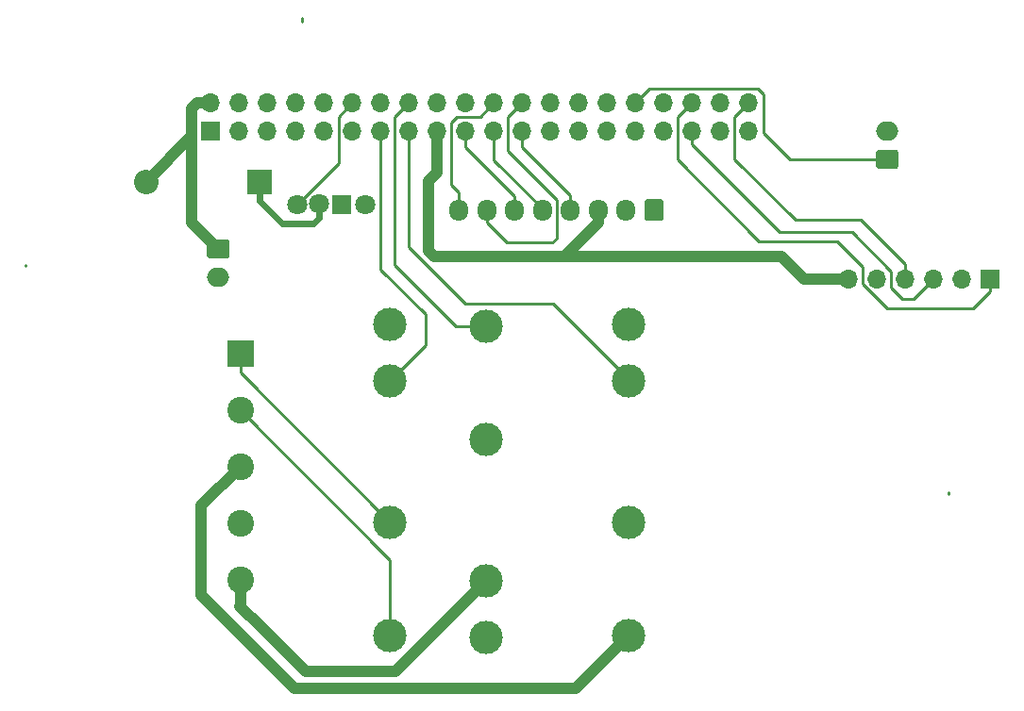
<source format=gbr>
G04 #@! TF.GenerationSoftware,KiCad,Pcbnew,(5.1.4-0)*
G04 #@! TF.CreationDate,2019-09-27T20:11:36-04:00*
G04 #@! TF.ProjectId,Pi_HAT_MACHINECLIENT,50695f48-4154-45f4-9d41-4348494e4543,rev?*
G04 #@! TF.SameCoordinates,Original*
G04 #@! TF.FileFunction,Copper,L1,Top*
G04 #@! TF.FilePolarity,Positive*
%FSLAX46Y46*%
G04 Gerber Fmt 4.6, Leading zero omitted, Abs format (unit mm)*
G04 Created by KiCad (PCBNEW (5.1.4-0)) date 2019-09-27 20:11:36*
%MOMM*%
%LPD*%
G04 APERTURE LIST*
%ADD10C,1.800000*%
%ADD11R,1.800000X1.800000*%
%ADD12C,3.000000*%
%ADD13C,2.400000*%
%ADD14R,2.400000X2.400000*%
%ADD15C,0.100000*%
%ADD16C,1.700000*%
%ADD17O,2.000000X1.700000*%
%ADD18R,1.700000X1.700000*%
%ADD19O,1.700000X1.700000*%
%ADD20O,1.700000X1.950000*%
%ADD21R,2.200000X2.200000*%
%ADD22O,2.200000X2.200000*%
%ADD23C,0.250000*%
%ADD24C,1.000000*%
%ADD25C,0.600000*%
G04 APERTURE END LIST*
D10*
X-7500000Y2310000D03*
X-5510000Y2350000D03*
X-1410000Y2320000D03*
D11*
X-3450000Y2320000D03*
D12*
X859800Y-36400000D03*
X859800Y-26240000D03*
X859800Y-13540000D03*
X859800Y-8460000D03*
X9477000Y-8600000D03*
X9477000Y-18760000D03*
X9477000Y-31460000D03*
X9477000Y-36540000D03*
X22272500Y-36400000D03*
X22272500Y-26240000D03*
X22272500Y-13540000D03*
X22272500Y-8460000D03*
D13*
X-12580000Y-31394400D03*
X-12580000Y-26314400D03*
X-12580000Y-21234400D03*
X-12580000Y-16154400D03*
D14*
X-12580000Y-11074400D03*
D15*
G36*
X46224504Y7218796D02*
G01*
X46248773Y7215196D01*
X46272571Y7209235D01*
X46295671Y7200970D01*
X46317849Y7190480D01*
X46338893Y7177867D01*
X46358598Y7163253D01*
X46376777Y7146777D01*
X46393253Y7128598D01*
X46407867Y7108893D01*
X46420480Y7087849D01*
X46430970Y7065671D01*
X46439235Y7042571D01*
X46445196Y7018773D01*
X46448796Y6994504D01*
X46450000Y6970000D01*
X46450000Y5770000D01*
X46448796Y5745496D01*
X46445196Y5721227D01*
X46439235Y5697429D01*
X46430970Y5674329D01*
X46420480Y5652151D01*
X46407867Y5631107D01*
X46393253Y5611402D01*
X46376777Y5593223D01*
X46358598Y5576747D01*
X46338893Y5562133D01*
X46317849Y5549520D01*
X46295671Y5539030D01*
X46272571Y5530765D01*
X46248773Y5524804D01*
X46224504Y5521204D01*
X46200000Y5520000D01*
X44700000Y5520000D01*
X44675496Y5521204D01*
X44651227Y5524804D01*
X44627429Y5530765D01*
X44604329Y5539030D01*
X44582151Y5549520D01*
X44561107Y5562133D01*
X44541402Y5576747D01*
X44523223Y5593223D01*
X44506747Y5611402D01*
X44492133Y5631107D01*
X44479520Y5652151D01*
X44469030Y5674329D01*
X44460765Y5697429D01*
X44454804Y5721227D01*
X44451204Y5745496D01*
X44450000Y5770000D01*
X44450000Y6970000D01*
X44451204Y6994504D01*
X44454804Y7018773D01*
X44460765Y7042571D01*
X44469030Y7065671D01*
X44479520Y7087849D01*
X44492133Y7108893D01*
X44506747Y7128598D01*
X44523223Y7146777D01*
X44541402Y7163253D01*
X44561107Y7177867D01*
X44582151Y7190480D01*
X44604329Y7200970D01*
X44627429Y7209235D01*
X44651227Y7215196D01*
X44675496Y7218796D01*
X44700000Y7220000D01*
X46200000Y7220000D01*
X46224504Y7218796D01*
X46224504Y7218796D01*
G37*
D16*
X45450000Y6370000D03*
D17*
X45450000Y8870000D03*
D18*
X54698900Y-4356100D03*
D19*
X52158900Y-4356100D03*
X49618900Y-4356100D03*
X47078900Y-4356100D03*
X44538900Y-4356100D03*
X41998900Y-4356100D03*
D15*
G36*
X25160904Y2786596D02*
G01*
X25185173Y2782996D01*
X25208971Y2777035D01*
X25232071Y2768770D01*
X25254249Y2758280D01*
X25275293Y2745667D01*
X25294998Y2731053D01*
X25313177Y2714577D01*
X25329653Y2696398D01*
X25344267Y2676693D01*
X25356880Y2655649D01*
X25367370Y2633471D01*
X25375635Y2610371D01*
X25381596Y2586573D01*
X25385196Y2562304D01*
X25386400Y2537800D01*
X25386400Y1087800D01*
X25385196Y1063296D01*
X25381596Y1039027D01*
X25375635Y1015229D01*
X25367370Y992129D01*
X25356880Y969951D01*
X25344267Y948907D01*
X25329653Y929202D01*
X25313177Y911023D01*
X25294998Y894547D01*
X25275293Y879933D01*
X25254249Y867320D01*
X25232071Y856830D01*
X25208971Y848565D01*
X25185173Y842604D01*
X25160904Y839004D01*
X25136400Y837800D01*
X23936400Y837800D01*
X23911896Y839004D01*
X23887627Y842604D01*
X23863829Y848565D01*
X23840729Y856830D01*
X23818551Y867320D01*
X23797507Y879933D01*
X23777802Y894547D01*
X23759623Y911023D01*
X23743147Y929202D01*
X23728533Y948907D01*
X23715920Y969951D01*
X23705430Y992129D01*
X23697165Y1015229D01*
X23691204Y1039027D01*
X23687604Y1063296D01*
X23686400Y1087800D01*
X23686400Y2537800D01*
X23687604Y2562304D01*
X23691204Y2586573D01*
X23697165Y2610371D01*
X23705430Y2633471D01*
X23715920Y2655649D01*
X23728533Y2676693D01*
X23743147Y2696398D01*
X23759623Y2714577D01*
X23777802Y2731053D01*
X23797507Y2745667D01*
X23818551Y2758280D01*
X23840729Y2768770D01*
X23863829Y2777035D01*
X23887627Y2782996D01*
X23911896Y2786596D01*
X23936400Y2787800D01*
X25136400Y2787800D01*
X25160904Y2786596D01*
X25160904Y2786596D01*
G37*
D16*
X24536400Y1812800D03*
D20*
X22036400Y1812800D03*
X19536400Y1812800D03*
X17036400Y1812800D03*
X14536400Y1812800D03*
X12036400Y1812800D03*
X9536400Y1812800D03*
X7036400Y1812800D03*
D17*
X-14560000Y-4190000D03*
D15*
G36*
X-13785496Y-841204D02*
G01*
X-13761227Y-844804D01*
X-13737429Y-850765D01*
X-13714329Y-859030D01*
X-13692151Y-869520D01*
X-13671107Y-882133D01*
X-13651402Y-896747D01*
X-13633223Y-913223D01*
X-13616747Y-931402D01*
X-13602133Y-951107D01*
X-13589520Y-972151D01*
X-13579030Y-994329D01*
X-13570765Y-1017429D01*
X-13564804Y-1041227D01*
X-13561204Y-1065496D01*
X-13560000Y-1090000D01*
X-13560000Y-2290000D01*
X-13561204Y-2314504D01*
X-13564804Y-2338773D01*
X-13570765Y-2362571D01*
X-13579030Y-2385671D01*
X-13589520Y-2407849D01*
X-13602133Y-2428893D01*
X-13616747Y-2448598D01*
X-13633223Y-2466777D01*
X-13651402Y-2483253D01*
X-13671107Y-2497867D01*
X-13692151Y-2510480D01*
X-13714329Y-2520970D01*
X-13737429Y-2529235D01*
X-13761227Y-2535196D01*
X-13785496Y-2538796D01*
X-13810000Y-2540000D01*
X-15310000Y-2540000D01*
X-15334504Y-2538796D01*
X-15358773Y-2535196D01*
X-15382571Y-2529235D01*
X-15405671Y-2520970D01*
X-15427849Y-2510480D01*
X-15448893Y-2497867D01*
X-15468598Y-2483253D01*
X-15486777Y-2466777D01*
X-15503253Y-2448598D01*
X-15517867Y-2428893D01*
X-15530480Y-2407849D01*
X-15540970Y-2385671D01*
X-15549235Y-2362571D01*
X-15555196Y-2338773D01*
X-15558796Y-2314504D01*
X-15560000Y-2290000D01*
X-15560000Y-1090000D01*
X-15558796Y-1065496D01*
X-15555196Y-1041227D01*
X-15549235Y-1017429D01*
X-15540970Y-994329D01*
X-15530480Y-972151D01*
X-15517867Y-951107D01*
X-15503253Y-931402D01*
X-15486777Y-913223D01*
X-15468598Y-896747D01*
X-15448893Y-882133D01*
X-15427849Y-869520D01*
X-15405671Y-859030D01*
X-15382571Y-850765D01*
X-15358773Y-844804D01*
X-15334504Y-841204D01*
X-15310000Y-840000D01*
X-13810000Y-840000D01*
X-13785496Y-841204D01*
X-13785496Y-841204D01*
G37*
D16*
X-14560000Y-1690000D03*
D19*
X33020000Y11430000D03*
X33020000Y8890000D03*
X30480000Y11430000D03*
X30480000Y8890000D03*
X27940000Y11430000D03*
X27940000Y8890000D03*
X25400000Y11430000D03*
X25400000Y8890000D03*
X22860000Y11430000D03*
X22860000Y8890000D03*
X20320000Y11430000D03*
X20320000Y8890000D03*
X17780000Y11430000D03*
X17780000Y8890000D03*
X15240000Y11430000D03*
X15240000Y8890000D03*
X12700000Y11430000D03*
X12700000Y8890000D03*
X10160000Y11430000D03*
X10160000Y8890000D03*
X7620000Y11430000D03*
X7620000Y8890000D03*
X5080000Y11430000D03*
X5080000Y8890000D03*
X2540000Y11430000D03*
X2540000Y8890000D03*
X0Y11430000D03*
X0Y8890000D03*
X-2540000Y11430000D03*
X-2540000Y8890000D03*
X-5080000Y11430000D03*
X-5080000Y8890000D03*
X-7620000Y11430000D03*
X-7620000Y8890000D03*
X-10160000Y11430000D03*
X-10160000Y8890000D03*
X-12700000Y11430000D03*
X-12700000Y8890000D03*
X-15240000Y11430000D03*
D18*
X-15240000Y8890000D03*
D21*
X-10890000Y4340000D03*
D22*
X-21050000Y4340000D03*
D23*
X-31826200Y-3149600D02*
X-31826200Y-3238500D01*
X-7035800Y18757900D02*
X-7035800Y19024600D01*
X50920000Y-23510000D02*
X50920000Y-23710000D01*
D24*
X5080000Y8890000D02*
X5080000Y5194300D01*
X5080000Y5194300D02*
X4267200Y4381500D01*
X4267200Y4381500D02*
X4267200Y-1841500D01*
X4267200Y-1841500D02*
X4813300Y-2387600D01*
D25*
X19536400Y687800D02*
X19536400Y812800D01*
D24*
X4813300Y-2387600D02*
X16461000Y-2387600D01*
X16461000Y-2387600D02*
X35991800Y-2387600D01*
X37960300Y-4356100D02*
X41998900Y-4356100D01*
X35991800Y-2387600D02*
X37960300Y-4356100D01*
X16461000Y-2387600D02*
X19536400Y687800D01*
X19536400Y687800D02*
X19536400Y1812800D01*
X-16442081Y11430000D02*
X-16910000Y10962081D01*
X-15240000Y11430000D02*
X-16442081Y11430000D01*
X-16910000Y7410000D02*
X-16910000Y6660000D01*
X-16910000Y8890000D02*
X-16910000Y8480000D01*
X-16910000Y10962081D02*
X-16910000Y8890000D01*
X-16910000Y8480000D02*
X-21050000Y4340000D01*
X-16910000Y8890000D02*
X-16910000Y7410000D01*
X-16910000Y660000D02*
X-14560000Y-1690000D01*
X-16910000Y7410000D02*
X-16910000Y660000D01*
D23*
X-12580000Y-12800200D02*
X-12580000Y-11074400D01*
X859800Y-26240000D02*
X-12580000Y-12800200D01*
X859800Y-29594200D02*
X-12580000Y-16154400D01*
X859800Y-36417100D02*
X859800Y-29594200D01*
D24*
X17524500Y-41148000D02*
X22272500Y-36400000D01*
X-7683500Y-41148000D02*
X17524500Y-41148000D01*
X-16085750Y-32745750D02*
X-7683500Y-41148000D01*
X-16085750Y-24740150D02*
X-12580000Y-21234400D01*
X-16085750Y-32745750D02*
X-16085750Y-24740150D01*
X-12580000Y-33710000D02*
X-12580000Y-31394400D01*
X-12600000Y-33730000D02*
X-12580000Y-33710000D01*
X-10810000Y-35520000D02*
X-12600000Y-33730000D01*
D25*
X-10780000Y-35520000D02*
X-10810000Y-35520000D01*
D24*
X2007000Y-38930000D02*
X2008500Y-38928500D01*
X9477000Y-31460000D02*
X2008500Y-38928500D01*
X-7370000Y-38930000D02*
X-10780000Y-35520000D01*
X2008500Y-38928500D02*
X2008500Y-38951500D01*
X2008500Y-38951500D02*
X1360000Y-39600000D01*
X-6700000Y-39600000D02*
X-7370000Y-38930000D01*
X1360000Y-39600000D02*
X-6700000Y-39600000D01*
D23*
X23709999Y12279999D02*
X22860000Y11430000D01*
X23722699Y12279999D02*
X23709999Y12279999D01*
X33858200Y12700000D02*
X24142700Y12700000D01*
X24142700Y12700000D02*
X23722699Y12279999D01*
X34378900Y8712200D02*
X34378900Y12179300D01*
X36721100Y6370000D02*
X34378900Y8712200D01*
X34378900Y12179300D02*
X33858200Y12700000D01*
X45450000Y6370000D02*
X36721100Y6370000D01*
X2540000Y7687919D02*
X2527300Y7675219D01*
X2540000Y8890000D02*
X2540000Y7687919D01*
X2527300Y7675219D02*
X2527300Y1003300D01*
X21715001Y-12845901D02*
X22477000Y-13607900D01*
X2527300Y1003300D02*
X2527300Y-1143000D01*
X7560600Y-6582700D02*
X15451800Y-6582700D01*
X2527300Y-1549400D02*
X7560600Y-6582700D01*
X15451800Y-6582700D02*
X21715001Y-12845901D01*
X2527300Y-1143000D02*
X2527300Y-1549400D01*
X8399370Y-8667900D02*
X9477000Y-8667900D01*
X97801Y-12795101D02*
X859800Y-13557100D01*
X4050000Y-10349800D02*
X859800Y-13540000D01*
X4050000Y-7560000D02*
X4050000Y-10349800D01*
X0Y-3510000D02*
X4050000Y-7560000D01*
X0Y8890000D02*
X0Y-3510000D01*
X32170001Y10580001D02*
X32157301Y10580001D01*
X33020000Y11430000D02*
X32170001Y10580001D01*
X32157301Y10580001D02*
X31750000Y10172700D01*
X31750000Y10172700D02*
X31750000Y6400800D01*
X31750000Y6400800D02*
X37198300Y952500D01*
X37198300Y952500D02*
X43065700Y952500D01*
X47078900Y-3060700D02*
X47078900Y-4356100D01*
X43065700Y952500D02*
X47078900Y-3060700D01*
X27090001Y10580001D02*
X27077301Y10580001D01*
X27940000Y11430000D02*
X27090001Y10580001D01*
X27077301Y10580001D02*
X26682700Y10185400D01*
X26682700Y10185400D02*
X26682700Y6324600D01*
X26682700Y6324600D02*
X33972500Y-965200D01*
X33972500Y-965200D02*
X40919400Y-965200D01*
X40919400Y-965200D02*
X43268900Y-3314700D01*
X43268900Y-3314700D02*
X43268900Y-4825102D01*
X43268900Y-4825102D02*
X45441498Y-6997700D01*
X54698900Y-5456100D02*
X54698900Y-4356100D01*
X53157300Y-6997700D02*
X54698900Y-5456100D01*
X45441498Y-6997700D02*
X53157300Y-6997700D01*
X27940000Y7687919D02*
X35818419Y-190500D01*
X27940000Y8890000D02*
X27940000Y7687919D01*
X42302300Y-190500D02*
X45821600Y-3709800D01*
X35818419Y-190500D02*
X42302300Y-190500D01*
X45821600Y-3709800D02*
X45821600Y-5130800D01*
X45821600Y-5130800D02*
X46824900Y-6134100D01*
X47840900Y-6134100D02*
X49618900Y-4356100D01*
X46824900Y-6134100D02*
X47840900Y-6134100D01*
X9536400Y687800D02*
X9536400Y812800D01*
X9536400Y687800D02*
X9536400Y1812800D01*
X11417300Y10147300D02*
X12700000Y11430000D01*
X11417300Y7086600D02*
X11417300Y10147300D01*
X14947900Y3556000D02*
X11417300Y7086600D01*
X14960600Y3556000D02*
X14947900Y3556000D01*
X15786100Y2730500D02*
X14960600Y3556000D01*
X15786100Y-711200D02*
X15786100Y2730500D01*
X15367000Y-1130300D02*
X15786100Y-711200D01*
X11354500Y-1130300D02*
X15367000Y-1130300D01*
X9536400Y687800D02*
X11354500Y-1130300D01*
X12700000Y7493000D02*
X12700000Y8890000D01*
X17036400Y3156600D02*
X12700000Y7493000D01*
X17036400Y1812800D02*
X17036400Y3156600D01*
X8915400Y10185400D02*
X6845300Y10185400D01*
X6350000Y4114800D02*
X7036400Y3428400D01*
X6350000Y9690100D02*
X6350000Y4114800D01*
X6845300Y10185400D02*
X6350000Y9690100D01*
X10160000Y11430000D02*
X8915400Y10185400D01*
X7036400Y3428400D02*
X7036400Y1812800D01*
X10160000Y6451600D02*
X10160000Y8890000D01*
X14536400Y1937800D02*
X10160000Y6314200D01*
X10160000Y6314200D02*
X10160000Y6451600D01*
X14536400Y1812800D02*
X14536400Y1937800D01*
X7620000Y7454200D02*
X7620000Y7620000D01*
X12036400Y1812800D02*
X12036400Y3037800D01*
X12036400Y3037800D02*
X7620000Y7454200D01*
X7620000Y8890000D02*
X7620000Y7620000D01*
X6720000Y-8600000D02*
X9477000Y-8600000D01*
X1280000Y-3160000D02*
X6720000Y-8600000D01*
X1280000Y10170000D02*
X1280000Y-3160000D01*
X2540000Y11430000D02*
X1280000Y10170000D01*
D25*
X-10890000Y2640000D02*
X-8840000Y590000D01*
X-10890000Y4340000D02*
X-10890000Y2640000D01*
X-5510000Y1077208D02*
X-5510000Y2350000D01*
X-5997208Y590000D02*
X-5510000Y1077208D01*
X-8840000Y590000D02*
X-5997208Y590000D01*
D23*
X-2540000Y11430000D02*
X-3780000Y10190000D01*
X-3780000Y6030000D02*
X-7500000Y2310000D01*
X-3780000Y10190000D02*
X-3780000Y6030000D01*
M02*

</source>
